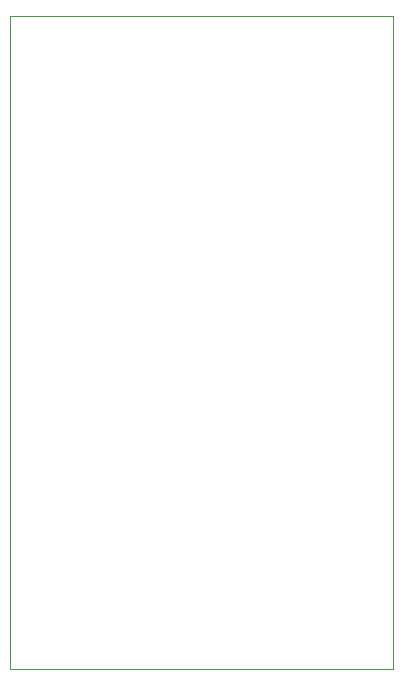
<source format=gm1>
%TF.GenerationSoftware,KiCad,Pcbnew,9.0.0*%
%TF.CreationDate,2025-02-25T22:38:48+02:00*%
%TF.ProjectId,bluetooth-audio,626c7565-746f-46f7-9468-2d617564696f,rev?*%
%TF.SameCoordinates,Original*%
%TF.FileFunction,Profile,NP*%
%FSLAX45Y45*%
G04 Gerber Fmt 4.5, Leading zero omitted, Abs format (unit mm)*
G04 Created by KiCad (PCBNEW 9.0.0) date 2025-02-25 22:38:48*
%MOMM*%
%LPD*%
G01*
G04 APERTURE LIST*
%TA.AperFunction,Profile*%
%ADD10C,0.100000*%
%TD*%
G04 APERTURE END LIST*
D10*
X14569500Y-6756250D02*
X17812500Y-6756250D01*
X17812500Y-12281250D01*
X14569500Y-12281250D01*
X14569500Y-6756250D01*
M02*

</source>
